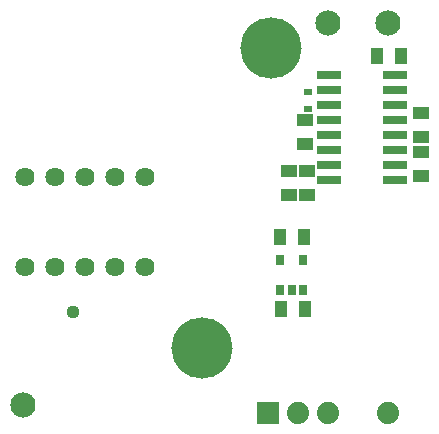
<source format=gbs>
G04*
G04  File:            OPENGEIGER1.0.GBS, Sat Apr 20 15:36:21 2019*
G04  Source:          P-CAD 2004 PCB, Version 18.03.448, (C:\Users\Kent\Documents\customers\Medcom\OpenSource\OpenGeiger\OpenGeiger1.0.PCB)*
G04  Format:          Gerber Format (RS-274-D), ASCII*
G04*
G04  Format Options:  Absolute Positioning*
G04                   Leading-Zero Suppression*
G04                   Scale Factor 1:1*
G04                   NO Circular Interpolation*
G04                   Inch Units*
G04                   Numeric Format: 4.4 (XXXX.XXXX)*
G04                   G54 NOT Used for Aperture Change*
G04                   Apertures Embedded*
G04*
G04  File Options:    Offset = (0.0mil,0.0mil)*
G04                   Drill Symbol Size = 80.0mil*
G04                   No Pad/Via Holes*
G04*
G04  File Contents:   Pads*
G04                   No Vias*
G04                   No Designators*
G04                   No Types*
G04                   No Values*
G04                   No Drill Symbols*
G04                   Bot Mask*
G04*
%INOPENGEIGER1.0.GBS*%
%ICAS*%
%MOIN*%
G04*
G04  Aperture MACROs for general use --- invoked via D-code assignment *
G04*
G04  General MACRO for flashed round with rotation and/or offset hole *
%AMROTOFFROUND*
1,1,$1,0.0000,0.0000*
1,0,$2,$3,$4*%
G04*
G04  General MACRO for flashed oval (obround) with rotation and/or offset hole *
%AMROTOFFOVAL*
21,1,$1,$2,0.0000,0.0000,$3*
1,1,$4,$5,$6*
1,1,$4,0-$5,0-$6*
1,0,$7,$8,$9*%
G04*
G04  General MACRO for flashed oval (obround) with rotation and no hole *
%AMROTOVALNOHOLE*
21,1,$1,$2,0.0000,0.0000,$3*
1,1,$4,$5,$6*
1,1,$4,0-$5,0-$6*%
G04*
G04  General MACRO for flashed rectangle with rotation and/or offset hole *
%AMROTOFFRECT*
21,1,$1,$2,0.0000,0.0000,$3*
1,0,$4,$5,$6*%
G04*
G04  General MACRO for flashed rectangle with rotation and no hole *
%AMROTRECTNOHOLE*
21,1,$1,$2,0.0000,0.0000,$3*%
G04*
G04  General MACRO for flashed rounded-rectangle *
%AMROUNDRECT*
21,1,$1,$2-$4,0.0000,0.0000,$3*
21,1,$1-$4,$2,0.0000,0.0000,$3*
1,1,$4,$5,$6*
1,1,$4,$7,$8*
1,1,$4,0-$5,0-$6*
1,1,$4,0-$7,0-$8*
1,0,$9,$10,$11*%
G04*
G04  General MACRO for flashed rounded-rectangle with rotation and no hole *
%AMROUNDRECTNOHOLE*
21,1,$1,$2-$4,0.0000,0.0000,$3*
21,1,$1-$4,$2,0.0000,0.0000,$3*
1,1,$4,$5,$6*
1,1,$4,$7,$8*
1,1,$4,0-$5,0-$6*
1,1,$4,0-$7,0-$8*%
G04*
G04  General MACRO for flashed regular polygon *
%AMREGPOLY*
5,1,$1,0.0000,0.0000,$2,$3+$4*
1,0,$5,$6,$7*%
G04*
G04  General MACRO for flashed regular polygon with no hole *
%AMREGPOLYNOHOLE*
5,1,$1,0.0000,0.0000,$2,$3+$4*%
G04*
G04  General MACRO for target *
%AMTARGET*
6,0,0,$1,$2,$3,4,$4,$5,$6*%
G04*
G04  General MACRO for mounting hole *
%AMMTHOLE*
1,1,$1,0,0*
1,0,$2,0,0*
$1=$1-$2*
$1=$1/2*
21,1,$2+$1,$3,0,0,$4*
21,1,$3,$2+$1,0,0,$4*%
G04*
G04*
G04  D10 : "Ellipse X8.0mil Y8.0mil H0.0mil 0.0deg (0.0mil,0.0mil) Draw"*
G04  Disc: OuterDia=0.0080*
%ADD10C, 0.0080*%
G04  D11 : "Ellipse X10.0mil Y10.0mil H0.0mil 0.0deg (0.0mil,0.0mil) Draw"*
G04  Disc: OuterDia=0.0100*
%ADD11C, 0.0100*%
G04  D12 : "Ellipse X12.0mil Y12.0mil H0.0mil 0.0deg (0.0mil,0.0mil) Draw"*
G04  Disc: OuterDia=0.0120*
%ADD12C, 0.0120*%
G04  D13 : "Ellipse X15.0mil Y15.0mil H0.0mil 0.0deg (0.0mil,0.0mil) Draw"*
G04  Disc: OuterDia=0.0150*
%ADD13C, 0.0150*%
G04  D14 : "Ellipse X16.0mil Y16.0mil H0.0mil 0.0deg (0.0mil,0.0mil) Draw"*
G04  Disc: OuterDia=0.0160*
%ADD14C, 0.0160*%
G04  D15 : "Ellipse X2.0mil Y2.0mil H0.0mil 0.0deg (0.0mil,0.0mil) Draw"*
G04  Disc: OuterDia=0.0020*
%ADD15C, 0.0020*%
G04  D16 : "Ellipse X2.0mil Y2.0mil H0.0mil 0.0deg (0.0mil,0.0mil) Draw"*
G04  Disc: OuterDia=0.0020*
%ADD16C, 0.0020*%
G04  D17 : "Ellipse X20.0mil Y20.0mil H0.0mil 0.0deg (0.0mil,0.0mil) Draw"*
G04  Disc: OuterDia=0.0200*
%ADD17C, 0.0200*%
G04  D18 : "Ellipse X25.0mil Y25.0mil H0.0mil 0.0deg (0.0mil,0.0mil) Draw"*
G04  Disc: OuterDia=0.0250*
%ADD18C, 0.0250*%
G04  D19 : "Ellipse X3.9mil Y3.9mil H0.0mil 0.0deg (0.0mil,0.0mil) Draw"*
G04  Disc: OuterDia=0.0039*
%ADD19C, 0.0039*%
G04  D20 : "Ellipse X4.0mil Y4.0mil H0.0mil 0.0deg (0.0mil,0.0mil) Draw"*
G04  Disc: OuterDia=0.0040*
%ADD20C, 0.0040*%
G04  D21 : "Ellipse X5.0mil Y5.0mil H0.0mil 0.0deg (0.0mil,0.0mil) Draw"*
G04  Disc: OuterDia=0.0050*
%ADD21C, 0.0050*%
G04  D22 : "Ellipse X50.0mil Y50.0mil H0.0mil 0.0deg (0.0mil,0.0mil) Draw"*
G04  Disc: OuterDia=0.0500*
%ADD22C, 0.0500*%
G04  D23 : "Ellipse X6.0mil Y6.0mil H0.0mil 0.0deg (0.0mil,0.0mil) Draw"*
G04  Disc: OuterDia=0.0060*
%ADD23C, 0.0060*%
G04  D24 : "Ellipse X6.0mil Y6.0mil H0.0mil 0.0deg (0.0mil,0.0mil) Draw"*
G04  Disc: OuterDia=0.0060*
%ADD24C, 0.0060*%
G04  D25 : "Ellipse X7.0mil Y7.0mil H0.0mil 0.0deg (0.0mil,0.0mil) Draw"*
G04  Disc: OuterDia=0.0070*
%ADD25C, 0.0070*%
G04  D26 : "Ellipse X204.0mil Y204.0mil H0.0mil 0.0deg (0.0mil,0.0mil) Flash"*
G04  Disc: OuterDia=0.2040*
%ADD26C, 0.2040*%
G04  D27 : "Ellipse X40.0mil Y40.0mil H0.0mil 0.0deg (0.0mil,0.0mil) Flash"*
G04  Disc: OuterDia=0.0400*
%ADD27C, 0.0400*%
G04  D28 : "Ellipse X44.0mil Y44.0mil H0.0mil 0.0deg (0.0mil,0.0mil) Flash"*
G04  Disc: OuterDia=0.0440*
%ADD28C, 0.0440*%
G04  D29 : "Ellipse X60.0mil Y60.0mil H0.0mil 0.0deg (0.0mil,0.0mil) Flash"*
G04  Disc: OuterDia=0.0600*
%ADD29C, 0.0600*%
G04  D30 : "Ellipse X64.0mil Y64.0mil H0.0mil 0.0deg (0.0mil,0.0mil) Flash"*
G04  Disc: OuterDia=0.0640*
%ADD30C, 0.0640*%
G04  D31 : "Ellipse X70.0mil Y70.0mil H0.0mil 0.0deg (0.0mil,0.0mil) Flash"*
G04  Disc: OuterDia=0.0700*
%ADD31C, 0.0700*%
G04  D32 : "Ellipse X74.0mil Y74.0mil H0.0mil 0.0deg (0.0mil,0.0mil) Flash"*
G04  Disc: OuterDia=0.0740*
%ADD32C, 0.0740*%
G04  D33 : "Ellipse X80.0mil Y80.0mil H0.0mil 0.0deg (0.0mil,0.0mil) Flash"*
G04  Disc: OuterDia=0.0800*
%ADD33C, 0.0800*%
G04  D34 : "Ellipse X84.0mil Y84.0mil H0.0mil 0.0deg (0.0mil,0.0mil) Flash"*
G04  Disc: OuterDia=0.0840*
%ADD34C, 0.0840*%
G04  D35 : "Mounting Hole X200.0mil Y200.0mil H0.0mil 0.0deg (0.0mil,0.0mil) Flash"*
G04  Mounting Hole: Diameter=0.2000, Rotation=0.0, LineWidth=0.0050 *
%ADD35MTHOLE, 0.2000 X0.1800 X0.0050 X0.0*%
G04  D36 : "Oval X75.0mil Y45.0mil H0.0mil 0.0deg (0.0mil,0.0mil) Flash"*
G04  Obround: DimX=0.0750, DimY=0.0450, Rotation=0.0, OffsetX=0.0000, OffsetY=0.0000, HoleDia=0.0000 *
%ADD36O, 0.0750 X0.0450*%
G04  D37 : "Oval X30.0mil Y56.0mil H0.0mil 0.0deg (0.0mil,0.0mil) Flash"*
G04  Obround: DimX=0.0300, DimY=0.0560, Rotation=0.0, OffsetX=0.0000, OffsetY=0.0000, HoleDia=0.0000 *
%ADD37O, 0.0300 X0.0560*%
G04  D38 : "Oval X30.0mil Y86.0mil H0.0mil 0.0deg (0.0mil,0.0mil) Flash"*
G04  Obround: DimX=0.0300, DimY=0.0860, Rotation=0.0, OffsetX=0.0000, OffsetY=0.0000, HoleDia=0.0000 *
%ADD38O, 0.0300 X0.0860*%
G04  D39 : "Rounded Rectangle X80.0mil Y104.0mil H0.0mil 0.0deg (0.0mil,0.0mil) Flash"*
G04  RoundRct: DimX=0.0800, DimY=0.1040, CornerRad=0.0200, Rotation=0.0, OffsetX=0.0000, OffsetY=0.0000, HoleDia=0.0000 *
%ADD39ROUNDRECTNOHOLE, 0.0800 X0.1040 X0.0 X0.0400 X-0.0200 X-0.0320 X-0.0200 X0.0320*%
G04  D40 : "Rounded Rectangle X86.0mil Y110.0mil H0.0mil 0.0deg (0.0mil,0.0mil) Flash"*
G04  RoundRct: DimX=0.0860, DimY=0.1100, CornerRad=0.0215, Rotation=0.0, OffsetX=0.0000, OffsetY=0.0000, HoleDia=0.0000 *
%ADD40ROUNDRECTNOHOLE, 0.0860 X0.1100 X0.0 X0.0430 X-0.0215 X-0.0335 X-0.0215 X0.0335*%
G04  D41 : "Rounded Rectangle X90.0mil Y114.0mil H0.0mil 0.0deg (0.0mil,0.0mil) Flash"*
G04  RoundRct: DimX=0.0900, DimY=0.1140, CornerRad=0.0225, Rotation=0.0, OffsetX=0.0000, OffsetY=0.0000, HoleDia=0.0000 *
%ADD41ROUNDRECTNOHOLE, 0.0900 X0.1140 X0.0 X0.0450 X-0.0225 X-0.0345 X-0.0225 X0.0345*%
G04  D42 : "Rounded Rectangle X33.8mil Y33.8mil H0.0mil 0.0deg (0.0mil,0.0mil) Flash"*
G04  RoundRct: DimX=0.0338, DimY=0.0338, CornerRad=0.0084, Rotation=0.0, OffsetX=0.0000, OffsetY=0.0000, HoleDia=0.0000 *
%ADD42ROUNDRECTNOHOLE, 0.0338 X0.0338 X0.0 X0.0169 X-0.0084 X-0.0084 X-0.0084 X0.0084*%
G04  D43 : "Rounded Rectangle X39.8mil Y39.8mil H0.0mil 0.0deg (0.0mil,0.0mil) Flash"*
G04  RoundRct: DimX=0.0398, DimY=0.0398, CornerRad=0.0099, Rotation=0.0, OffsetX=0.0000, OffsetY=0.0000, HoleDia=0.0000 *
%ADD43ROUNDRECTNOHOLE, 0.0398 X0.0398 X0.0 X0.0199 X-0.0099 X-0.0099 X-0.0099 X0.0099*%
G04  D44 : "Rounded Rectangle X43.8mil Y43.8mil H0.0mil 0.0deg (0.0mil,0.0mil) Flash"*
G04  RoundRct: DimX=0.0438, DimY=0.0438, CornerRad=0.0109, Rotation=0.0, OffsetX=0.0000, OffsetY=0.0000, HoleDia=0.0000 *
%ADD44ROUNDRECTNOHOLE, 0.0438 X0.0438 X0.0 X0.0219 X-0.0109 X-0.0109 X-0.0109 X0.0109*%
G04  D45 : "Rounded Rectangle X54.0mil Y34.0mil H0.0mil 0.0deg (0.0mil,0.0mil) Flash"*
G04  RoundRct: DimX=0.0540, DimY=0.0340, CornerRad=0.0085, Rotation=0.0, OffsetX=0.0000, OffsetY=0.0000, HoleDia=0.0000 *
%ADD45ROUNDRECTNOHOLE, 0.0540 X0.0340 X0.0 X0.0170 X-0.0185 X-0.0085 X-0.0185 X0.0085*%
G04  D46 : "Rounded Rectangle X54.0mil Y42.0mil H0.0mil 0.0deg (0.0mil,0.0mil) Flash"*
G04  RoundRct: DimX=0.0540, DimY=0.0420, CornerRad=0.0105, Rotation=0.0, OffsetX=0.0000, OffsetY=0.0000, HoleDia=0.0000 *
%ADD46ROUNDRECTNOHOLE, 0.0540 X0.0420 X0.0 X0.0210 X-0.0165 X-0.0105 X-0.0165 X0.0105*%
G04  D47 : "Rounded Rectangle X60.0mil Y40.0mil H0.0mil 0.0deg (0.0mil,0.0mil) Flash"*
G04  RoundRct: DimX=0.0600, DimY=0.0400, CornerRad=0.0100, Rotation=0.0, OffsetX=0.0000, OffsetY=0.0000, HoleDia=0.0000 *
%ADD47ROUNDRECTNOHOLE, 0.0600 X0.0400 X0.0 X0.0200 X-0.0200 X-0.0100 X-0.0200 X0.0100*%
G04  D48 : "Rounded Rectangle X40.0mil Y60.0mil H0.0mil 0.0deg (0.0mil,0.0mil) Flash"*
G04  RoundRct: DimX=0.0400, DimY=0.0600, CornerRad=0.0100, Rotation=0.0, OffsetX=0.0000, OffsetY=0.0000, HoleDia=0.0000 *
%ADD48ROUNDRECTNOHOLE, 0.0400 X0.0600 X0.0 X0.0200 X-0.0100 X-0.0200 X-0.0100 X0.0200*%
G04  D49 : "Rounded Rectangle X60.0mil Y48.0mil H0.0mil 0.0deg (0.0mil,0.0mil) Flash"*
G04  RoundRct: DimX=0.0600, DimY=0.0480, CornerRad=0.0120, Rotation=0.0, OffsetX=0.0000, OffsetY=0.0000, HoleDia=0.0000 *
%ADD49ROUNDRECTNOHOLE, 0.0600 X0.0480 X0.0 X0.0240 X-0.0180 X-0.0120 X-0.0180 X0.0120*%
G04  D50 : "Rounded Rectangle X64.0mil Y44.0mil H0.0mil 0.0deg (0.0mil,0.0mil) Flash"*
G04  RoundRct: DimX=0.0640, DimY=0.0440, CornerRad=0.0110, Rotation=0.0, OffsetX=0.0000, OffsetY=0.0000, HoleDia=0.0000 *
%ADD50ROUNDRECTNOHOLE, 0.0640 X0.0440 X0.0 X0.0220 X-0.0210 X-0.0110 X-0.0210 X0.0110*%
G04  D51 : "Rounded Rectangle X44.0mil Y64.0mil H0.0mil 0.0deg (0.0mil,0.0mil) Flash"*
G04  RoundRct: DimX=0.0440, DimY=0.0640, CornerRad=0.0110, Rotation=0.0, OffsetX=0.0000, OffsetY=0.0000, HoleDia=0.0000 *
%ADD51ROUNDRECTNOHOLE, 0.0440 X0.0640 X0.0 X0.0220 X-0.0110 X-0.0210 X-0.0110 X0.0210*%
G04  D52 : "Rounded Rectangle X64.0mil Y52.0mil H0.0mil 0.0deg (0.0mil,0.0mil) Flash"*
G04  RoundRct: DimX=0.0640, DimY=0.0520, CornerRad=0.0130, Rotation=0.0, OffsetX=0.0000, OffsetY=0.0000, HoleDia=0.0000 *
%ADD52ROUNDRECTNOHOLE, 0.0640 X0.0520 X0.0 X0.0260 X-0.0190 X-0.0130 X-0.0190 X0.0130*%
G04  D53 : "Rectangle X80.0mil Y104.0mil H0.0mil 0.0deg (0.0mil,0.0mil) Flash"*
G04  Rectangular: DimX=0.0800, DimY=0.1040, Rotation=0.0, OffsetX=0.0000, OffsetY=0.0000, HoleDia=0.0000 *
%ADD53R, 0.0800 X0.1040*%
G04  D54 : "Rectangle X86.0mil Y110.0mil H0.0mil 0.0deg (0.0mil,0.0mil) Flash"*
G04  Rectangular: DimX=0.0860, DimY=0.1100, Rotation=0.0, OffsetX=0.0000, OffsetY=0.0000, HoleDia=0.0000 *
%ADD54R, 0.0860 X0.1100*%
G04  D55 : "Rectangle X90.0mil Y114.0mil H0.0mil 0.0deg (0.0mil,0.0mil) Flash"*
G04  Rectangular: DimX=0.0900, DimY=0.1140, Rotation=0.0, OffsetX=0.0000, OffsetY=0.0000, HoleDia=0.0000 *
%ADD55R, 0.0900 X0.1140*%
G04  D56 : "Rectangle X13.7mil Y17.6mil H0.0mil 0.0deg (0.0mil,0.0mil) Flash"*
G04  Rectangular: DimX=0.0137, DimY=0.0176, Rotation=0.0, OffsetX=0.0000, OffsetY=0.0000, HoleDia=0.0000 *
%ADD56R, 0.0137 X0.0176*%
G04  D57 : "Rectangle X17.6mil Y13.7mil H0.0mil 0.0deg (0.0mil,0.0mil) Flash"*
G04  Rectangular: DimX=0.0176, DimY=0.0137, Rotation=0.0, OffsetX=0.0000, OffsetY=0.0000, HoleDia=0.0000 *
%ADD57R, 0.0176 X0.0137*%
G04  D58 : "Rectangle X19.7mil Y23.6mil H0.0mil 0.0deg (0.0mil,0.0mil) Flash"*
G04  Rectangular: DimX=0.0197, DimY=0.0236, Rotation=0.0, OffsetX=0.0000, OffsetY=0.0000, HoleDia=0.0000 *
%ADD58R, 0.0197 X0.0236*%
G04  D59 : "Rectangle X23.6mil Y19.7mil H0.0mil 0.0deg (0.0mil,0.0mil) Flash"*
G04  Rectangular: DimX=0.0236, DimY=0.0197, Rotation=0.0, OffsetX=0.0000, OffsetY=0.0000, HoleDia=0.0000 *
%ADD59R, 0.0236 X0.0197*%
G04  D60 : "Rectangle X23.7mil Y27.6mil H0.0mil 0.0deg (0.0mil,0.0mil) Flash"*
G04  Rectangular: DimX=0.0237, DimY=0.0276, Rotation=0.0, OffsetX=0.0000, OffsetY=0.0000, HoleDia=0.0000 *
%ADD60R, 0.0237 X0.0276*%
G04  D61 : "Rectangle X27.6mil Y23.7mil H0.0mil 0.0deg (0.0mil,0.0mil) Flash"*
G04  Rectangular: DimX=0.0276, DimY=0.0237, Rotation=0.0, OffsetX=0.0000, OffsetY=0.0000, HoleDia=0.0000 *
%ADD61R, 0.0276 X0.0237*%
G04  D62 : "Rectangle X26.0mil Y34.0mil H0.0mil 0.0deg (0.0mil,0.0mil) Flash"*
G04  Rectangular: DimX=0.0260, DimY=0.0340, Rotation=0.0, OffsetX=0.0000, OffsetY=0.0000, HoleDia=0.0000 *
%ADD62R, 0.0260 X0.0340*%
G04  D63 : "Rectangle X34.0mil Y26.0mil H0.0mil 0.0deg (0.0mil,0.0mil) Flash"*
G04  Rectangular: DimX=0.0340, DimY=0.0260, Rotation=0.0, OffsetX=0.0000, OffsetY=0.0000, HoleDia=0.0000 *
%ADD63R, 0.0340 X0.0260*%
G04  D64 : "Rectangle X22.0mil Y30.0mil H0.0mil 0.0deg (0.0mil,0.0mil) Flash"*
G04  Rectangular: DimX=0.0220, DimY=0.0300, Rotation=0.0, OffsetX=0.0000, OffsetY=0.0000, HoleDia=0.0000 *
%ADD64R, 0.0220 X0.0300*%
G04  D65 : "Rectangle X32.0mil Y40.0mil H0.0mil 0.0deg (0.0mil,0.0mil) Flash"*
G04  Rectangular: DimX=0.0320, DimY=0.0400, Rotation=0.0, OffsetX=0.0000, OffsetY=0.0000, HoleDia=0.0000 *
%ADD65R, 0.0320 X0.0400*%
G04  D66 : "Rectangle X40.0mil Y32.0mil H0.0mil 0.0deg (0.0mil,0.0mil) Flash"*
G04  Rectangular: DimX=0.0400, DimY=0.0320, Rotation=0.0, OffsetX=0.0000, OffsetY=0.0000, HoleDia=0.0000 *
%ADD66R, 0.0400 X0.0320*%
G04  D67 : "Rectangle X28.0mil Y36.0mil H0.0mil 0.0deg (0.0mil,0.0mil) Flash"*
G04  Rectangular: DimX=0.0280, DimY=0.0360, Rotation=0.0, OffsetX=0.0000, OffsetY=0.0000, HoleDia=0.0000 *
%ADD67R, 0.0280 X0.0360*%
G04  D68 : "Rectangle X36.0mil Y44.0mil H0.0mil 0.0deg (0.0mil,0.0mil) Flash"*
G04  Rectangular: DimX=0.0360, DimY=0.0440, Rotation=0.0, OffsetX=0.0000, OffsetY=0.0000, HoleDia=0.0000 *
%ADD68R, 0.0360 X0.0440*%
G04  D69 : "Rectangle X44.0mil Y36.0mil H0.0mil 0.0deg (0.0mil,0.0mil) Flash"*
G04  Rectangular: DimX=0.0440, DimY=0.0360, Rotation=0.0, OffsetX=0.0000, OffsetY=0.0000, HoleDia=0.0000 *
%ADD69R, 0.0440 X0.0360*%
G04  D70 : "Rectangle X44.0mil Y34.0mil H0.0mil 0.0deg (0.0mil,0.0mil) Flash"*
G04  Rectangular: DimX=0.0440, DimY=0.0340, Rotation=0.0, OffsetX=0.0000, OffsetY=0.0000, HoleDia=0.0000 *
%ADD70R, 0.0440 X0.0340*%
G04  D71 : "Rectangle X34.0mil Y44.0mil H0.0mil 0.0deg (0.0mil,0.0mil) Flash"*
G04  Rectangular: DimX=0.0340, DimY=0.0440, Rotation=0.0, OffsetX=0.0000, OffsetY=0.0000, HoleDia=0.0000 *
%ADD71R, 0.0340 X0.0440*%
G04  D72 : "Rectangle X50.0mil Y40.0mil H0.0mil 0.0deg (0.0mil,0.0mil) Flash"*
G04  Rectangular: DimX=0.0500, DimY=0.0400, Rotation=0.0, OffsetX=0.0000, OffsetY=0.0000, HoleDia=0.0000 *
%ADD72R, 0.0500 X0.0400*%
G04  D73 : "Rectangle X40.0mil Y50.0mil H0.0mil 0.0deg (0.0mil,0.0mil) Flash"*
G04  Rectangular: DimX=0.0400, DimY=0.0500, Rotation=0.0, OffsetX=0.0000, OffsetY=0.0000, HoleDia=0.0000 *
%ADD73R, 0.0400 X0.0500*%
G04  D74 : "Rectangle X54.0mil Y42.0mil H0.0mil 0.0deg (0.0mil,0.0mil) Flash"*
G04  Rectangular: DimX=0.0540, DimY=0.0420, Rotation=0.0, OffsetX=0.0000, OffsetY=0.0000, HoleDia=0.0000 *
%ADD74R, 0.0540 X0.0420*%
G04  D75 : "Rectangle X54.0mil Y44.0mil H0.0mil 0.0deg (0.0mil,0.0mil) Flash"*
G04  Rectangular: DimX=0.0540, DimY=0.0440, Rotation=0.0, OffsetX=0.0000, OffsetY=0.0000, HoleDia=0.0000 *
%ADD75R, 0.0540 X0.0440*%
G04  D76 : "Rectangle X44.0mil Y54.0mil H0.0mil 0.0deg (0.0mil,0.0mil) Flash"*
G04  Rectangular: DimX=0.0440, DimY=0.0540, Rotation=0.0, OffsetX=0.0000, OffsetY=0.0000, HoleDia=0.0000 *
%ADD76R, 0.0440 X0.0540*%
G04  D77 : "Rectangle X94.0mil Y59.0mil H0.0mil 0.0deg (0.0mil,0.0mil) Flash"*
G04  Rectangular: DimX=0.0940, DimY=0.0590, Rotation=0.0, OffsetX=0.0000, OffsetY=0.0000, HoleDia=0.0000 *
%ADD77R, 0.0940 X0.0590*%
G04  D78 : "Rectangle X40.0mil Y60.0mil H0.0mil 0.0deg (0.0mil,0.0mil) Flash"*
G04  Rectangular: DimX=0.0400, DimY=0.0600, Rotation=0.0, OffsetX=0.0000, OffsetY=0.0000, HoleDia=0.0000 *
%ADD78R, 0.0400 X0.0600*%
G04  D79 : "Rectangle X60.0mil Y48.0mil H0.0mil 0.0deg (0.0mil,0.0mil) Flash"*
G04  Rectangular: DimX=0.0600, DimY=0.0480, Rotation=0.0, OffsetX=0.0000, OffsetY=0.0000, HoleDia=0.0000 *
%ADD79R, 0.0600 X0.0480*%
G04  D80 : "Rectangle X44.0mil Y64.0mil H0.0mil 0.0deg (0.0mil,0.0mil) Flash"*
G04  Rectangular: DimX=0.0440, DimY=0.0640, Rotation=0.0, OffsetX=0.0000, OffsetY=0.0000, HoleDia=0.0000 *
%ADD80R, 0.0440 X0.0640*%
G04  D81 : "Rectangle X64.0mil Y52.0mil H0.0mil 0.0deg (0.0mil,0.0mil) Flash"*
G04  Rectangular: DimX=0.0640, DimY=0.0520, Rotation=0.0, OffsetX=0.0000, OffsetY=0.0000, HoleDia=0.0000 *
%ADD81R, 0.0640 X0.0520*%
G04  D82 : "Rectangle X100.0mil Y65.0mil H0.0mil 0.0deg (0.0mil,0.0mil) Flash"*
G04  Rectangular: DimX=0.1000, DimY=0.0650, Rotation=0.0, OffsetX=0.0000, OffsetY=0.0000, HoleDia=0.0000 *
%ADD82R, 0.1000 X0.0650*%
G04  D83 : "Rectangle X104.0mil Y69.0mil H0.0mil 0.0deg (0.0mil,0.0mil) Flash"*
G04  Rectangular: DimX=0.1040, DimY=0.0690, Rotation=0.0, OffsetX=0.0000, OffsetY=0.0000, HoleDia=0.0000 *
%ADD83R, 0.1040 X0.0690*%
G04  D84 : "Rectangle X70.0mil Y70.0mil H0.0mil 0.0deg (0.0mil,0.0mil) Flash"*
G04  Square: Side=0.0700, Rotation=0.0, OffsetX=0.0000, OffsetY=0.0000, HoleDia=0.0000*
%ADD84R, 0.0700 X0.0700*%
G04  D85 : "Rectangle X74.0mil Y20.0mil H0.0mil 0.0deg (0.0mil,0.0mil) Flash"*
G04  Rectangular: DimX=0.0740, DimY=0.0200, Rotation=0.0, OffsetX=0.0000, OffsetY=0.0000, HoleDia=0.0000 *
%ADD85R, 0.0740 X0.0200*%
G04  D86 : "Rectangle X74.0mil Y74.0mil H0.0mil 0.0deg (0.0mil,0.0mil) Flash"*
G04  Square: Side=0.0740, Rotation=0.0, OffsetX=0.0000, OffsetY=0.0000, HoleDia=0.0000*
%ADD86R, 0.0740 X0.0740*%
G04  D87 : "Rectangle X80.0mil Y26.0mil H0.0mil 0.0deg (0.0mil,0.0mil) Flash"*
G04  Rectangular: DimX=0.0800, DimY=0.0260, Rotation=0.0, OffsetX=0.0000, OffsetY=0.0000, HoleDia=0.0000 *
%ADD87R, 0.0800 X0.0260*%
G04  D88 : "Rectangle X84.0mil Y30.0mil H0.0mil 0.0deg (0.0mil,0.0mil) Flash"*
G04  Rectangular: DimX=0.0840, DimY=0.0300, Rotation=0.0, OffsetX=0.0000, OffsetY=0.0000, HoleDia=0.0000 *
%ADD88R, 0.0840 X0.0300*%
G04  D89 : "Rectangle X40.0mil Y90.0mil H0.0mil 0.0deg (0.0mil,0.0mil) Flash"*
G04  Rectangular: DimX=0.0400, DimY=0.0900, Rotation=0.0, OffsetX=0.0000, OffsetY=0.0000, HoleDia=0.0000 *
%ADD89R, 0.0400 X0.0900*%
G04  D90 : "Rectangle X80.0mil Y90.0mil H0.0mil 0.0deg (0.0mil,0.0mil) Flash"*
G04  Rectangular: DimX=0.0800, DimY=0.0900, Rotation=0.0, OffsetX=0.0000, OffsetY=0.0000, HoleDia=0.0000 *
%ADD90R, 0.0800 X0.0900*%
G04  D91 : "Rectangle X44.0mil Y94.0mil H0.0mil 0.0deg (0.0mil,0.0mil) Flash"*
G04  Rectangular: DimX=0.0440, DimY=0.0940, Rotation=0.0, OffsetX=0.0000, OffsetY=0.0000, HoleDia=0.0000 *
%ADD91R, 0.0440 X0.0940*%
G04  D92 : "Rectangle X84.0mil Y94.0mil H0.0mil 0.0deg (0.0mil,0.0mil) Flash"*
G04  Rectangular: DimX=0.0840, DimY=0.0940, Rotation=0.0, OffsetX=0.0000, OffsetY=0.0000, HoleDia=0.0000 *
%ADD92R, 0.0840 X0.0940*%
G04  D93 : "Ellipse X30.0mil Y30.0mil H0.0mil 0.0deg (0.0mil,0.0mil) Flash"*
G04  Disc: OuterDia=0.0300*
%ADD93C, 0.0300*%
G04  D94 : "Ellipse X34.0mil Y34.0mil H0.0mil 0.0deg (0.0mil,0.0mil) Flash"*
G04  Disc: OuterDia=0.0340*
%ADD94C, 0.0340*%
G04*
%FSLAX44Y44*%
%SFA1B1*%
%OFA0.0000B0.0000*%
G04*
G70*
G90*
G01*
D2*
%LNBot Mask*%
D26*
X16450Y16550D3*
D76*
X19850Y20250D3*
X19050D3*
D67*
X19830Y18500D3*
X19070Y19500D3*
X19830D3*
X19450Y18500D3*
X19070D3*
D61*
X20000Y25075D3*
Y24524D3*
D32*
X22650Y14400D3*
D76*
X23100Y26300D3*
X22300D3*
D34*
X10500Y14650D3*
D75*
X19350Y21650D3*
Y22450D3*
X19900Y24150D3*
Y23350D3*
X19950Y22450D3*
Y21650D3*
D76*
X19900Y17850D3*
X19100D3*
D34*
X22650Y27400D3*
D32*
X20650Y14400D3*
X19650D3*
D86*
X18650D3*
D75*
X23750Y23100D3*
Y22300D3*
D28*
X12150Y17750D3*
D75*
X23750Y23600D3*
Y24400D3*
D34*
X20650Y27400D3*
D26*
X18750Y26550D3*
D88*
X20700Y24650D3*
Y25150D3*
Y25650D3*
Y22150D3*
Y22650D3*
Y23150D3*
Y23650D3*
X22900Y24650D3*
Y25150D3*
Y25650D3*
Y22150D3*
Y22650D3*
Y23150D3*
Y23650D3*
X20700Y24150D3*
X22900D3*
D30*
X10550Y19250D3*
X12550D3*
X13550D3*
X10550Y22250D3*
X12550D3*
X13550D3*
X11550Y19250D3*
X14550D3*
X11550Y22250D3*
X14550D3*
D02M02*

</source>
